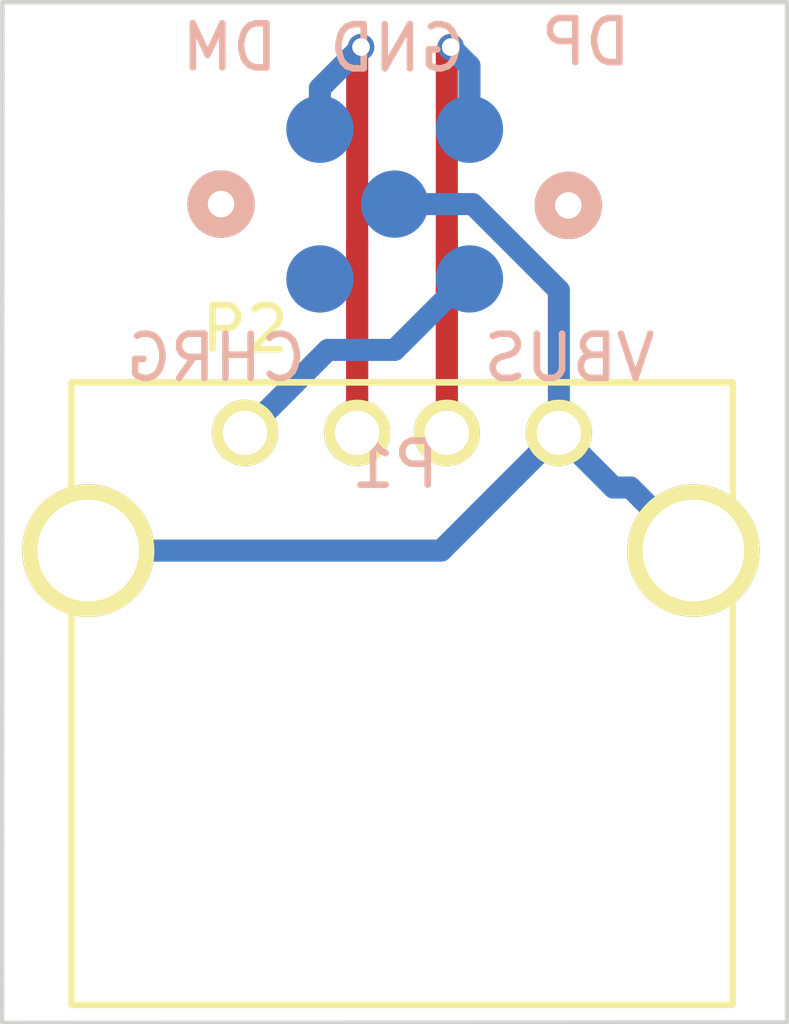
<source format=kicad_pcb>
(kicad_pcb (version 20171130) (host pcbnew "(5.1.12)-1")

  (general
    (thickness 1.6)
    (drawings 4)
    (tracks 31)
    (zones 0)
    (modules 2)
    (nets 6)
  )

  (page A4)
  (layers
    (0 F.Cu signal)
    (31 B.Cu signal)
    (32 B.Adhes user hide)
    (33 F.Adhes user hide)
    (34 B.Paste user hide)
    (35 F.Paste user hide)
    (36 B.SilkS user hide)
    (37 F.SilkS user hide)
    (38 B.Mask user hide)
    (39 F.Mask user hide)
    (40 Dwgs.User user hide)
    (41 Cmts.User user hide)
    (42 Eco1.User user hide)
    (43 Eco2.User user hide)
    (44 Edge.Cuts user)
    (45 Margin user hide)
    (46 B.CrtYd user hide)
    (47 F.CrtYd user hide)
    (48 B.Fab user hide)
    (49 F.Fab user hide)
  )

  (setup
    (last_trace_width 0.5)
    (trace_clearance 0.2)
    (zone_clearance 0.508)
    (zone_45_only no)
    (trace_min 0.5)
    (via_size 0.6)
    (via_drill 0.4)
    (via_min_size 0.4)
    (via_min_drill 0.3)
    (uvia_size 0.3)
    (uvia_drill 0.1)
    (uvias_allowed no)
    (uvia_min_size 0.2)
    (uvia_min_drill 0.1)
    (edge_width 0.1)
    (segment_width 0.2)
    (pcb_text_width 0.3)
    (pcb_text_size 1.5 1.5)
    (mod_edge_width 0.15)
    (mod_text_size 1 1)
    (mod_text_width 0.15)
    (pad_size 1.524 1.524)
    (pad_drill 0)
    (pad_to_mask_clearance 1)
    (solder_mask_min_width 1)
    (aux_axis_origin 0 0)
    (visible_elements 7FFFFFFF)
    (pcbplotparams
      (layerselection 0x010f0_80000001)
      (usegerberextensions true)
      (usegerberattributes true)
      (usegerberadvancedattributes true)
      (creategerberjobfile true)
      (excludeedgelayer true)
      (linewidth 0.100000)
      (plotframeref false)
      (viasonmask false)
      (mode 1)
      (useauxorigin false)
      (hpglpennumber 1)
      (hpglpenspeed 20)
      (hpglpendiameter 15.000000)
      (psnegative false)
      (psa4output false)
      (plotreference true)
      (plotvalue true)
      (plotinvisibletext false)
      (padsonsilk false)
      (subtractmaskfromsilk false)
      (outputformat 1)
      (mirror false)
      (drillshape 0)
      (scaleselection 1)
      (outputdirectory "geb2/"))
  )

  (net 0 "")
  (net 1 "Net-(P1-Pad5)")
  (net 2 "Net-(P1-Pad4)")
  (net 3 "Net-(P1-Pad2)")
  (net 4 GND)
  (net 5 "Net-(P1-Pad1)")

  (net_class Default "This is the default net class."
    (clearance 0.2)
    (trace_width 0.5)
    (via_dia 0.6)
    (via_drill 0.4)
    (uvia_dia 0.3)
    (uvia_drill 0.1)
    (add_net GND)
    (add_net "Net-(P1-Pad1)")
    (add_net "Net-(P1-Pad2)")
    (add_net "Net-(P1-Pad4)")
    (add_net "Net-(P1-Pad5)")
  )

  (module fairphone:fp2_p5_connector (layer B.Cu) (tedit 55E9025E) (tstamp 55E8A979)
    (at 151.892 99.822)
    (path /55E7DD4F)
    (fp_text reference P1 (at 0.01 5.9) (layer B.SilkS)
      (effects (font (size 1 1) (thickness 0.15)) (justify mirror))
    )
    (fp_text value FP2-MODULE_5-CONNECTOR (at -0.05 4.89) (layer B.Fab)
      (effects (font (size 1 1) (thickness 0.15)) (justify mirror))
    )
    (fp_text user DM (at -3.74 -3.55) (layer B.SilkS)
      (effects (font (size 1 1) (thickness 0.15)) (justify mirror))
    )
    (fp_text user DP (at 4.33 -3.67) (layer B.SilkS)
      (effects (font (size 1 1) (thickness 0.15)) (justify mirror))
    )
    (fp_text user GND (at 0.06 -3.53) (layer B.SilkS)
      (effects (font (size 1 1) (thickness 0.15)) (justify mirror))
    )
    (fp_text user CHRG (at -4.05 3.48) (layer B.SilkS)
      (effects (font (size 1 1) (thickness 0.15)) (justify mirror))
    )
    (fp_text user VBUS (at 3.96 3.48) (layer B.SilkS)
      (effects (font (size 1 1) (thickness 0.15)) (justify mirror))
    )
    (pad 5 smd oval (at -1.695 -1.695) (size 1.524 1.524) (layers B.Cu B.Paste B.Mask)
      (net 1 "Net-(P1-Pad5)") (solder_mask_margin 1))
    (pad 4 smd oval (at 1.695 -1.695) (size 1.524 1.524) (layers B.Cu B.Paste)
      (net 2 "Net-(P1-Pad4)") (solder_mask_margin 1))
    (pad 2 smd oval (at -1.695 1.695) (size 1.524 1.524) (layers B.Cu B.Paste B.Mask)
      (net 3 "Net-(P1-Pad2)") (solder_mask_margin 1))
    (pad 3 smd oval (at 0 0) (size 1.524 1.524) (layers B.Cu B.Paste B.Mask)
      (net 4 GND) (solder_mask_margin 1))
    (pad 1 smd oval (at 1.695 1.695) (size 1.524 1.524) (layers B.Cu B.Paste B.Mask)
      (net 5 "Net-(P1-Pad1)") (solder_mask_margin 1))
    (pad "" thru_hole circle (at -3.935 0) (size 1.524 1.524) (drill 0.6) (layers *.Cu *.Mask B.SilkS))
    (pad "" thru_hole circle (at 3.935 0.03) (size 1.524 1.524) (drill 0.6) (layers *.Cu *.Mask B.SilkS))
  )

  (module Connect:USB_A (layer F.Cu) (tedit 5) (tstamp 55E8A98B)
    (at 148.501 105.004)
    (descr "USB A connector")
    (tags "USB USB_A")
    (path /55E6CAE4)
    (fp_text reference P2 (at 0 -2.35) (layer F.SilkS)
      (effects (font (size 1 1) (thickness 0.15)))
    )
    (fp_text value USB_A (at 3.83794 7.43458) (layer F.Fab)
      (effects (font (size 1 1) (thickness 0.15)))
    )
    (fp_line (start -5.3 13.2) (end -5.3 -1.4) (layer F.CrtYd) (width 0.05))
    (fp_line (start 11.95 -1.4) (end 11.95 13.2) (layer F.CrtYd) (width 0.05))
    (fp_line (start -5.3 13.2) (end 11.95 13.2) (layer F.CrtYd) (width 0.05))
    (fp_line (start -5.3 -1.4) (end 11.95 -1.4) (layer F.CrtYd) (width 0.05))
    (fp_line (start 11.04986 -1.14512) (end 11.04986 12.95188) (layer F.SilkS) (width 0.15))
    (fp_line (start -3.93614 12.95188) (end -3.93614 -1.14512) (layer F.SilkS) (width 0.15))
    (fp_line (start 11.04986 -1.14512) (end -3.93614 -1.14512) (layer F.SilkS) (width 0.15))
    (fp_line (start 11.04986 12.95188) (end -3.93614 12.95188) (layer F.SilkS) (width 0.15))
    (pad 4 thru_hole circle (at 7.11286 -0.00212 270) (size 1.50114 1.50114) (drill 1.00076) (layers *.Cu *.Mask F.SilkS)
      (net 4 GND))
    (pad 3 thru_hole circle (at 4.57286 -0.00212 270) (size 1.50114 1.50114) (drill 1.00076) (layers *.Cu *.Mask F.SilkS)
      (net 2 "Net-(P1-Pad4)"))
    (pad 2 thru_hole circle (at 2.54086 -0.00212 270) (size 1.50114 1.50114) (drill 1.00076) (layers *.Cu *.Mask F.SilkS)
      (net 1 "Net-(P1-Pad5)"))
    (pad 1 thru_hole circle (at 0.00086 -0.00212 270) (size 1.50114 1.50114) (drill 1.00076) (layers *.Cu *.Mask F.SilkS)
      (net 5 "Net-(P1-Pad1)"))
    (pad 5 thru_hole circle (at 10.16086 2.66488 270) (size 2.99974 2.99974) (drill 2.30124) (layers *.Cu *.Mask F.SilkS)
      (net 4 GND))
    (pad 5 thru_hole circle (at -3.55514 2.66488 270) (size 2.99974 2.99974) (drill 2.30124) (layers *.Cu *.Mask F.SilkS)
      (net 4 GND))
    (model Connect.3dshapes/USB_A.wrl
      (offset (xyz 3.555999946594238 0 0))
      (scale (xyz 1 1 1))
      (rotate (xyz 0 0 90))
    )
  )

  (gr_line (start 143.00708 118.364) (end 160.782 118.35384) (layer Edge.Cuts) (width 0.1) (tstamp 652DDFE9))
  (gr_line (start 143.002 95.25) (end 142.99692 118.35384) (angle 90) (layer Edge.Cuts) (width 0.1))
  (gr_line (start 160.782 118.35384) (end 160.782 95.25) (angle 90) (layer Edge.Cuts) (width 0.1))
  (gr_line (start 143.002 95.25) (end 160.782 95.25) (angle 90) (layer Edge.Cuts) (width 0.1))

  (segment (start 151.042 100.6775) (end 151.0419 100.6776) (width 0.5) (layer F.Cu) (net 1))
  (segment (start 151.0419 100.6776) (end 151.0419 105.0019) (width 0.5) (layer F.Cu) (net 1))
  (segment (start 151.042 100.6775) (end 151.042 96.354) (width 0.5) (layer F.Cu) (net 1))
  (segment (start 151.042 96.354) (end 151.13 96.266) (width 0.5) (layer F.Cu) (net 1))
  (segment (start 151.042 105.001) (end 151.042 100.6775) (width 0.5) (layer F.Cu) (net 1))
  (segment (start 151.13 96.266) (end 150.197 97.199) (width 0.5) (layer B.Cu) (net 1))
  (segment (start 150.197 97.199) (end 150.197 98.127) (width 0.5) (layer B.Cu) (net 1))
  (via (at 151.13 96.266) (size 0.6) (layers F.Cu B.Cu) (net 1))
  (segment (start 153.074 100.6775) (end 153.0739 100.6776) (width 0.5) (layer F.Cu) (net 2))
  (segment (start 153.0739 100.6776) (end 153.0739 105.0019) (width 0.5) (layer F.Cu) (net 2))
  (segment (start 153.074 100.6775) (end 153.074 96.354) (width 0.5) (layer F.Cu) (net 2))
  (segment (start 153.074 96.354) (end 153.162 96.266) (width 0.5) (layer F.Cu) (net 2))
  (segment (start 153.074 105.001) (end 153.074 100.6775) (width 0.5) (layer F.Cu) (net 2))
  (segment (start 153.162 96.266) (end 153.587 96.691) (width 0.5) (layer B.Cu) (net 2))
  (segment (start 153.587 96.691) (end 153.587 98.127) (width 0.5) (layer B.Cu) (net 2))
  (via (at 153.162 96.266) (size 0.6) (layers F.Cu B.Cu) (net 2))
  (segment (start 155.6139 105.0019) (end 155.6139 101.7767) (width 0.5) (layer B.Cu) (net 4))
  (segment (start 155.6139 101.7767) (end 153.6592 99.822) (width 0.5) (layer B.Cu) (net 4))
  (segment (start 153.6592 99.822) (end 151.892 99.822) (width 0.5) (layer B.Cu) (net 4))
  (segment (start 158.6619 107.6689) (end 157.234 106.241) (width 0.5) (layer B.Cu) (net 4))
  (segment (start 157.234 106.241) (end 157.234 106.2409) (width 0.5) (layer B.Cu) (net 4))
  (segment (start 157.234 106.2409) (end 156.8529 106.2409) (width 0.5) (layer B.Cu) (net 4))
  (segment (start 156.8529 106.2409) (end 155.6139 105.0019) (width 0.5) (layer B.Cu) (net 4))
  (segment (start 144.9459 107.6689) (end 152.9469 107.6689) (width 0.5) (layer B.Cu) (net 4))
  (segment (start 152.9469 107.6689) (end 155.6139 105.0019) (width 0.5) (layer B.Cu) (net 4))
  (segment (start 148.502 105.001) (end 148.5019 105.0011) (width 0.5) (layer B.Cu) (net 5))
  (segment (start 148.5019 105.0011) (end 148.5019 105.0019) (width 0.5) (layer B.Cu) (net 5))
  (segment (start 153.587 101.517) (end 153.499 101.517) (width 0.5) (layer B.Cu) (net 5))
  (segment (start 153.499 101.517) (end 151.892 103.124) (width 0.5) (layer B.Cu) (net 5))
  (segment (start 151.892 103.124) (end 150.379 103.124) (width 0.5) (layer B.Cu) (net 5))
  (segment (start 150.379 103.124) (end 148.502 105.001) (width 0.5) (layer B.Cu) (net 5))

)

</source>
